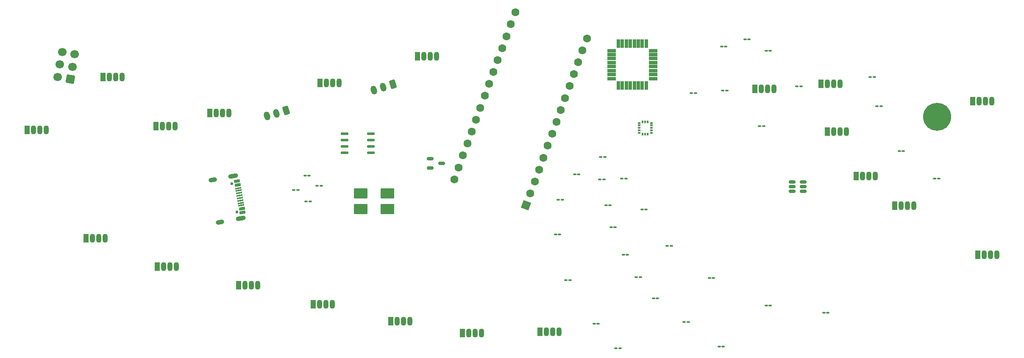
<source format=gbr>
%TF.GenerationSoftware,KiCad,Pcbnew,9.0.6*%
%TF.CreationDate,2025-11-25T23:45:00-06:00*%
%TF.ProjectId,1745LightUpBoard,31373435-4c69-4676-9874-5570426f6172,rev?*%
%TF.SameCoordinates,Original*%
%TF.FileFunction,Soldermask,Top*%
%TF.FilePolarity,Negative*%
%FSLAX46Y46*%
G04 Gerber Fmt 4.6, Leading zero omitted, Abs format (unit mm)*
G04 Created by KiCad (PCBNEW 9.0.6) date 2025-11-25 23:45:00*
%MOMM*%
%LPD*%
G01*
G04 APERTURE LIST*
G04 Aperture macros list*
%AMRoundRect*
0 Rectangle with rounded corners*
0 $1 Rounding radius*
0 $2 $3 $4 $5 $6 $7 $8 $9 X,Y pos of 4 corners*
0 Add a 4 corners polygon primitive as box body*
4,1,4,$2,$3,$4,$5,$6,$7,$8,$9,$2,$3,0*
0 Add four circle primitives for the rounded corners*
1,1,$1+$1,$2,$3*
1,1,$1+$1,$4,$5*
1,1,$1+$1,$6,$7*
1,1,$1+$1,$8,$9*
0 Add four rect primitives between the rounded corners*
20,1,$1+$1,$2,$3,$4,$5,0*
20,1,$1+$1,$4,$5,$6,$7,0*
20,1,$1+$1,$6,$7,$8,$9,0*
20,1,$1+$1,$8,$9,$2,$3,0*%
%AMHorizOval*
0 Thick line with rounded ends*
0 $1 width*
0 $2 $3 position (X,Y) of the first rounded end (center of the circle)*
0 $4 $5 position (X,Y) of the second rounded end (center of the circle)*
0 Add line between two ends*
20,1,$1,$2,$3,$4,$5,0*
0 Add two circle primitives to create the rounded ends*
1,1,$1,$2,$3*
1,1,$1,$4,$5*%
%AMRotRect*
0 Rectangle, with rotation*
0 The origin of the aperture is its center*
0 $1 length*
0 $2 width*
0 $3 Rotation angle, in degrees counterclockwise*
0 Add horizontal line*
21,1,$1,$2,0,0,$3*%
G04 Aperture macros list end*
%ADD10C,5.600000*%
%ADD11RoundRect,0.100000X-0.217500X-0.100000X0.217500X-0.100000X0.217500X0.100000X-0.217500X0.100000X0*%
%ADD12R,1.070000X1.800000*%
%ADD13O,1.070000X1.800000*%
%ADD14RoundRect,0.087500X-0.187500X-0.087500X0.187500X-0.087500X0.187500X0.087500X-0.187500X0.087500X0*%
%ADD15RoundRect,0.087500X-0.087500X-0.187500X0.087500X-0.187500X0.087500X0.187500X-0.087500X0.187500X0*%
%ADD16RoundRect,0.250001X-1.099999X-0.799999X1.099999X-0.799999X1.099999X0.799999X-1.099999X0.799999X0*%
%ADD17RotRect,1.600000X1.600000X160.000000*%
%ADD18HorizOval,1.600000X0.000000X0.000000X0.000000X0.000000X0*%
%ADD19RoundRect,0.137500X-0.612500X-0.137500X0.612500X-0.137500X0.612500X0.137500X-0.612500X0.137500X0*%
%ADD20RoundRect,0.094250X-0.742750X-0.282750X0.742750X-0.282750X0.742750X0.282750X-0.742750X0.282750X0*%
%ADD21RoundRect,0.094250X-0.282750X-0.742750X0.282750X-0.742750X0.282750X0.742750X-0.282750X0.742750X0*%
%ADD22RoundRect,0.250000X0.151974X0.700021X-0.517439X0.495360X-0.151974X-0.700021X0.517439X-0.495360X0*%
%ADD23HorizOval,1.200000X-0.080402X0.262984X0.080402X-0.262984X0*%
%ADD24RoundRect,0.250000X0.695074X0.486696X-0.486696X0.695074X-0.695074X-0.486696X0.486696X-0.695074X0*%
%ADD25C,1.700000*%
%ADD26RoundRect,0.150000X-0.512500X-0.150000X0.512500X-0.150000X0.512500X0.150000X-0.512500X0.150000X0*%
%ADD27C,0.600000*%
%ADD28RotRect,0.600000X1.160000X280.000000*%
%ADD29RotRect,0.300000X1.160000X100.000000*%
%ADD30HorizOval,0.900000X0.541644X0.095506X-0.541644X-0.095506X0*%
%ADD31HorizOval,0.900000X0.393923X0.069459X-0.393923X-0.069459X0*%
G04 APERTURE END LIST*
D10*
%TO.C,REF\u002A\u002A*%
X232980000Y-70540000D03*
%TD*%
D11*
%TO.C,C11*%
X198835000Y-108260000D03*
X199650000Y-108260000D03*
%TD*%
%TO.C,C12*%
X210355000Y-109720000D03*
X211170000Y-109720000D03*
%TD*%
%TO.C,C9*%
X179045000Y-96310000D03*
X179860000Y-96310000D03*
%TD*%
%TO.C,C7*%
X168797500Y-116880000D03*
X169612500Y-116880000D03*
%TD*%
D12*
%TO.C,D15*%
X66330000Y-62600000D03*
D13*
X67600000Y-62600000D03*
X68870000Y-62600000D03*
X70140000Y-62600000D03*
%TD*%
D14*
%TO.C,U3*%
X173435000Y-71755000D03*
X173435000Y-72255000D03*
X173435000Y-72755000D03*
X173435000Y-73255000D03*
X173435000Y-73755000D03*
D15*
X174160000Y-73980000D03*
X174660000Y-73980000D03*
X175160000Y-73980000D03*
D14*
X175885000Y-73755000D03*
X175885000Y-73255000D03*
X175885000Y-72755000D03*
X175885000Y-72255000D03*
X175885000Y-71755000D03*
D15*
X175160000Y-71530000D03*
X174660000Y-71530000D03*
X174160000Y-71530000D03*
%TD*%
D11*
%TO.C,R13*%
X219625000Y-62540000D03*
X220440000Y-62540000D03*
%TD*%
D12*
%TO.C,D7*%
X51190000Y-73150000D03*
D13*
X52460000Y-73150000D03*
X53730000Y-73150000D03*
X55000000Y-73150000D03*
%TD*%
D12*
%TO.C,D8*%
X153685000Y-113550000D03*
D13*
X154955000Y-113550000D03*
X156225000Y-113550000D03*
X157495000Y-113550000D03*
%TD*%
D12*
%TO.C,D13*%
X77180000Y-100520000D03*
D13*
X78450000Y-100520000D03*
X79720000Y-100520000D03*
X80990000Y-100520000D03*
%TD*%
D16*
%TO.C,Y1*%
X117830000Y-88990000D03*
X123130000Y-88990000D03*
X123130000Y-85890000D03*
X117830000Y-85890000D03*
%TD*%
D11*
%TO.C,D6*%
X106905000Y-87500000D03*
X107720000Y-87500000D03*
%TD*%
%TO.C,R2*%
X189450000Y-116480000D03*
X190265000Y-116480000D03*
%TD*%
D17*
%TO.C,A1*%
X150855577Y-88253918D03*
D18*
X151724308Y-85867099D03*
X152593040Y-83480278D03*
X153461770Y-81093459D03*
X154330501Y-78706640D03*
X155199233Y-76319822D03*
X156067964Y-73933002D03*
X156936696Y-71546184D03*
X157805426Y-69159365D03*
X158674158Y-66772545D03*
X159542889Y-64385724D03*
X160411620Y-61998906D03*
X161280349Y-59612087D03*
X162149082Y-57225267D03*
X163017813Y-54838447D03*
X148696898Y-49626061D03*
X147828166Y-52012882D03*
X146959436Y-54399699D03*
X146090705Y-56786520D03*
X145221975Y-59173339D03*
X144353241Y-61560158D03*
X143484511Y-63946977D03*
X142615779Y-66333798D03*
X141747049Y-68720615D03*
X140878317Y-71107433D03*
X140009587Y-73494254D03*
X139140855Y-75881073D03*
X138272125Y-78267892D03*
X137403392Y-80654711D03*
X136534661Y-83041531D03*
%TD*%
D12*
%TO.C,D26*%
X240105000Y-67410000D03*
D13*
X241375000Y-67410000D03*
X242645000Y-67410000D03*
X243915000Y-67410000D03*
%TD*%
D11*
%TO.C,D3*%
X104470000Y-85210000D03*
X105285000Y-85210000D03*
%TD*%
D12*
%TO.C,D22*%
X241120000Y-98090000D03*
D13*
X242390000Y-98090000D03*
X243660000Y-98090000D03*
X244930000Y-98090000D03*
%TD*%
D11*
%TO.C,C10*%
X187500000Y-102770000D03*
X188315000Y-102770000D03*
%TD*%
%TO.C,D5*%
X109122500Y-84310000D03*
X109937500Y-84310000D03*
%TD*%
%TO.C,C8*%
X174012500Y-89040000D03*
X174827500Y-89040000D03*
%TD*%
%TO.C,C15*%
X167855000Y-92600000D03*
X168670000Y-92600000D03*
%TD*%
D12*
%TO.C,D23*%
X216850000Y-82340000D03*
D13*
X218120000Y-82340000D03*
X219390000Y-82340000D03*
X220660000Y-82340000D03*
%TD*%
D12*
%TO.C,D20*%
X196550000Y-64980000D03*
D13*
X197820000Y-64980000D03*
X199090000Y-64980000D03*
X200360000Y-64980000D03*
%TD*%
D11*
%TO.C,R10*%
X183912500Y-65820000D03*
X184727500Y-65820000D03*
%TD*%
%TO.C,R1*%
X176322500Y-106850000D03*
X177137500Y-106850000D03*
%TD*%
%TO.C,C5*%
X158837500Y-103250000D03*
X159652500Y-103250000D03*
%TD*%
D19*
%TO.C,U2*%
X114590000Y-73950000D03*
X114590000Y-75220000D03*
X114590000Y-76490000D03*
X114590000Y-77760000D03*
X119890000Y-77760000D03*
X119890000Y-76490000D03*
X119890000Y-75220000D03*
X119890000Y-73950000D03*
%TD*%
D11*
%TO.C,R11*%
X190152500Y-65300000D03*
X190967500Y-65300000D03*
%TD*%
%TO.C,C3*%
X157320000Y-87160000D03*
X158135000Y-87160000D03*
%TD*%
D12*
%TO.C,D25*%
X209770000Y-63950000D03*
D13*
X211040000Y-63950000D03*
X212310000Y-63950000D03*
X213580000Y-63950000D03*
%TD*%
D11*
%TO.C,R6*%
X189935000Y-56510000D03*
X190750000Y-56510000D03*
%TD*%
D12*
%TO.C,D21*%
X224535000Y-88300000D03*
D13*
X225805000Y-88300000D03*
X227075000Y-88300000D03*
X228345000Y-88300000D03*
%TD*%
D12*
%TO.C,D11*%
X108325000Y-108010000D03*
D13*
X109595000Y-108010000D03*
X110865000Y-108010000D03*
X112135000Y-108010000D03*
%TD*%
D11*
%TO.C,R8*%
X198835000Y-57320000D03*
X199650000Y-57320000D03*
%TD*%
%TO.C,R3*%
X166845000Y-88220000D03*
X167660000Y-88220000D03*
%TD*%
%TO.C,R5*%
X182440000Y-111560000D03*
X183255000Y-111560000D03*
%TD*%
%TO.C,C2*%
X160575000Y-82020000D03*
X161390000Y-82020000D03*
%TD*%
%TO.C,C14*%
X170020000Y-82900000D03*
X170835000Y-82900000D03*
%TD*%
%TO.C,D4*%
X106707500Y-82260000D03*
X107522500Y-82260000D03*
%TD*%
D20*
%TO.C,U1*%
X167920000Y-57280000D03*
X167920000Y-58080000D03*
X167920000Y-58880000D03*
X167920000Y-59680000D03*
X167920000Y-60480000D03*
X167920000Y-61280000D03*
X167920000Y-62080000D03*
X167920000Y-62880000D03*
D21*
X169290000Y-64250000D03*
X170090000Y-64250000D03*
X170890000Y-64250000D03*
X171690000Y-64250000D03*
X172490000Y-64250000D03*
X173290000Y-64250000D03*
X174090000Y-64250000D03*
X174890000Y-64250000D03*
D20*
X176260000Y-62880000D03*
X176260000Y-62080000D03*
X176260000Y-61280000D03*
X176260000Y-60480000D03*
X176260000Y-59680000D03*
X176260000Y-58880000D03*
X176260000Y-58080000D03*
X176260000Y-57280000D03*
D21*
X174890000Y-55910000D03*
X174090000Y-55910000D03*
X173290000Y-55910000D03*
X172490000Y-55910000D03*
X171690000Y-55910000D03*
X170890000Y-55910000D03*
X170090000Y-55910000D03*
X169290000Y-55910000D03*
%TD*%
D22*
%TO.C,J3*%
X102938920Y-69228203D03*
D23*
X101026310Y-69812945D03*
X99113701Y-70397689D03*
%TD*%
D12*
%TO.C,D16*%
X76900000Y-72380000D03*
D13*
X78170000Y-72380000D03*
X79440000Y-72380000D03*
X80710000Y-72380000D03*
%TD*%
D12*
%TO.C,D18*%
X109705000Y-63750000D03*
D13*
X110975000Y-63750000D03*
X112245000Y-63750000D03*
X113515000Y-63750000D03*
%TD*%
D11*
%TO.C,R4*%
X170295000Y-98170000D03*
X171110000Y-98170000D03*
%TD*%
D12*
%TO.C,D12*%
X93480000Y-104190000D03*
D13*
X94750000Y-104190000D03*
X96020000Y-104190000D03*
X97290000Y-104190000D03*
%TD*%
D11*
%TO.C,D1*%
X225422500Y-77390000D03*
X226237500Y-77390000D03*
%TD*%
%TO.C,R9*%
X204962500Y-64410000D03*
X205777500Y-64410000D03*
%TD*%
D24*
%TO.C,J1*%
X59818646Y-63005559D03*
D25*
X57317234Y-62564492D03*
X60259713Y-60504147D03*
X57758302Y-60063081D03*
X60700778Y-58002735D03*
X58199368Y-57561667D03*
%TD*%
D11*
%TO.C,C13*%
X165595000Y-83030000D03*
X166410000Y-83030000D03*
%TD*%
D12*
%TO.C,D10*%
X123875000Y-111430000D03*
D13*
X125145000Y-111430000D03*
X126415000Y-111430000D03*
X127685000Y-111430000D03*
%TD*%
D12*
%TO.C,D14*%
X62955000Y-94820000D03*
D13*
X64225000Y-94820000D03*
X65495000Y-94820000D03*
X66765000Y-94820000D03*
%TD*%
D11*
%TO.C,C16*%
X172902500Y-102630000D03*
X173717500Y-102630000D03*
%TD*%
%TO.C,C6*%
X164450000Y-111960000D03*
X165265000Y-111960000D03*
%TD*%
D22*
%TO.C,J4*%
X124277335Y-64008206D03*
D23*
X122364725Y-64592948D03*
X120452115Y-65177693D03*
%TD*%
D12*
%TO.C,D24*%
X211020000Y-73460000D03*
D13*
X212290000Y-73460000D03*
X213560000Y-73460000D03*
X214830000Y-73460000D03*
%TD*%
D12*
%TO.C,D19*%
X129170000Y-58400000D03*
D13*
X130440000Y-58400000D03*
X131710000Y-58400000D03*
X132980000Y-58400000D03*
%TD*%
D11*
%TO.C,C1*%
X165759079Y-78594068D03*
X166574079Y-78594068D03*
%TD*%
D12*
%TO.C,D9*%
X138120000Y-113800000D03*
D13*
X139390000Y-113800000D03*
X140660000Y-113800000D03*
X141930000Y-113800000D03*
%TD*%
D26*
%TO.C,U5*%
X131740000Y-78910000D03*
X131740000Y-80810000D03*
X134015000Y-79860000D03*
%TD*%
D11*
%TO.C,R14*%
X220955000Y-68410000D03*
X221770000Y-68410000D03*
%TD*%
D12*
%TO.C,D17*%
X87735000Y-69760000D03*
D13*
X89005000Y-69760000D03*
X90275000Y-69760000D03*
X91545000Y-69760000D03*
%TD*%
D27*
%TO.C,J2*%
X92130000Y-83870000D03*
X93133685Y-89562189D03*
D28*
X93120065Y-83380642D03*
X93258984Y-84168488D03*
D29*
X93458679Y-85301017D03*
X93632327Y-86285825D03*
X93719152Y-86778229D03*
X93892800Y-87763037D03*
D28*
X94092495Y-88895566D03*
X94231414Y-89683412D03*
X94231414Y-89683412D03*
X94092495Y-88895566D03*
D29*
X93979624Y-88255441D03*
X93805976Y-87270633D03*
X93545503Y-85793421D03*
X93371855Y-84808614D03*
D28*
X93258984Y-84168488D03*
X93120065Y-83380642D03*
D30*
X92354391Y-82378374D03*
D31*
X88247743Y-83102486D03*
D30*
X93854711Y-90887113D03*
D31*
X89748063Y-91611225D03*
%TD*%
D11*
%TO.C,R7*%
X194595000Y-55030000D03*
X195410000Y-55030000D03*
%TD*%
%TO.C,D2*%
X232505000Y-82870000D03*
X233320000Y-82870000D03*
%TD*%
D26*
%TO.C,U4*%
X203985000Y-83550000D03*
X203985000Y-84500000D03*
X203985000Y-85450000D03*
X206260000Y-85450000D03*
X206260000Y-84500000D03*
X206260000Y-83550000D03*
%TD*%
D11*
%TO.C,C4*%
X156757500Y-94040000D03*
X157572500Y-94040000D03*
%TD*%
%TO.C,R12*%
X197502500Y-72350000D03*
X198317500Y-72350000D03*
%TD*%
M02*

</source>
